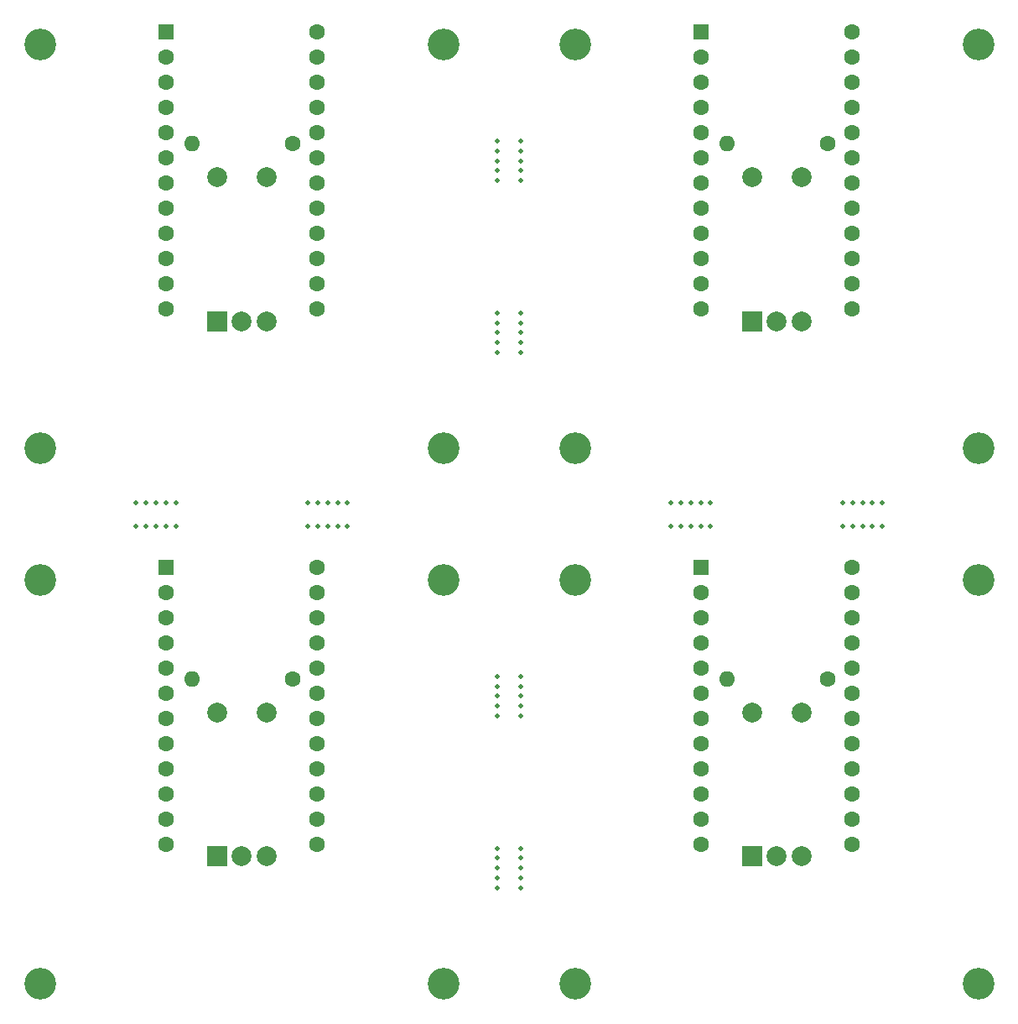
<source format=gbr>
%TF.GenerationSoftware,KiCad,Pcbnew,(6.0.0)*%
%TF.CreationDate,2022-01-01T22:41:16+01:00*%
%TF.ProjectId,VolumeKnob,566f6c75-6d65-44b6-9e6f-622e6b696361,rev?*%
%TF.SameCoordinates,Original*%
%TF.FileFunction,Soldermask,Bot*%
%TF.FilePolarity,Negative*%
%FSLAX46Y46*%
G04 Gerber Fmt 4.6, Leading zero omitted, Abs format (unit mm)*
G04 Created by KiCad (PCBNEW (6.0.0)) date 2022-01-01 22:41:16*
%MOMM*%
%LPD*%
G01*
G04 APERTURE LIST*
%ADD10C,0.500000*%
%ADD11C,3.200000*%
%ADD12C,1.600000*%
%ADD13O,1.600000X1.600000*%
%ADD14R,2.000000X2.000000*%
%ADD15C,2.000000*%
%ADD16R,1.600000X1.600000*%
G04 APERTURE END LIST*
D10*
%TO.C,REF\u002A\u002A*%
X95333667Y-78201000D03*
%TD*%
%TO.C,REF\u002A\u002A*%
X75798999Y-94333667D03*
%TD*%
%TO.C,REF\u002A\u002A*%
X75798997Y-56666332D03*
%TD*%
%TO.C,REF\u002A\u002A*%
X113666335Y-78201002D03*
%TD*%
%TO.C,REF\u002A\u002A*%
X42333664Y-78201000D03*
%TD*%
%TO.C,REF\u002A\u002A*%
X75798997Y-110666335D03*
%TD*%
%TO.C,REF\u002A\u002A*%
X59666332Y-78201002D03*
%TD*%
%TO.C,REF\u002A\u002A*%
X75798999Y-41333664D03*
%TD*%
D11*
%TO.C,REF\u002A\u002A*%
X70349997Y-83600003D03*
%TD*%
D10*
%TO.C,REF\u002A\u002A*%
X78201000Y-113666335D03*
%TD*%
D11*
%TO.C,REF\u002A\u002A*%
X83630004Y-83600003D03*
%TD*%
D10*
%TO.C,REF\u002A\u002A*%
X78201002Y-43333664D03*
%TD*%
D12*
%TO.C,R1*%
X109110004Y-93600003D03*
D13*
X98950004Y-93600003D03*
%TD*%
D10*
%TO.C,REF\u002A\u002A*%
X78201000Y-59666332D03*
%TD*%
%TO.C,REF\u002A\u002A*%
X78201000Y-114666335D03*
%TD*%
%TO.C,REF\u002A\u002A*%
X56666332Y-75798999D03*
%TD*%
%TO.C,REF\u002A\u002A*%
X75798999Y-40333664D03*
%TD*%
%TO.C,REF\u002A\u002A*%
X41333664Y-75798997D03*
%TD*%
%TO.C,REF\u002A\u002A*%
X95333668Y-75798997D03*
%TD*%
%TO.C,REF\u002A\u002A*%
X78201003Y-94333667D03*
%TD*%
D11*
%TO.C,REF\u002A\u002A*%
X124350004Y-29599997D03*
%TD*%
D10*
%TO.C,REF\u002A\u002A*%
X75798997Y-58666332D03*
%TD*%
%TO.C,REF\u002A\u002A*%
X97333667Y-78201000D03*
%TD*%
D12*
%TO.C,R1*%
X55109997Y-39599997D03*
D13*
X44949997Y-39599997D03*
%TD*%
D12*
%TO.C,R1*%
X55109997Y-93600003D03*
D13*
X44949997Y-93600003D03*
%TD*%
D10*
%TO.C,REF\u002A\u002A*%
X78201003Y-40333664D03*
%TD*%
%TO.C,REF\u002A\u002A*%
X39333664Y-75798997D03*
%TD*%
D11*
%TO.C,REF\u002A\u002A*%
X29629997Y-83600003D03*
%TD*%
D10*
%TO.C,REF\u002A\u002A*%
X75798997Y-113666335D03*
%TD*%
D11*
%TO.C,REF\u002A\u002A*%
X124350004Y-83600003D03*
%TD*%
D10*
%TO.C,REF\u002A\u002A*%
X75798997Y-112666335D03*
%TD*%
%TO.C,REF\u002A\u002A*%
X75798999Y-42333664D03*
%TD*%
D11*
%TO.C,REF\u002A\u002A*%
X83630004Y-124340003D03*
%TD*%
D10*
%TO.C,REF\u002A\u002A*%
X75798997Y-111666335D03*
%TD*%
D14*
%TO.C,SW1*%
X101500004Y-57499997D03*
D15*
X106500004Y-57499997D03*
X104000004Y-57499997D03*
X101500004Y-42999997D03*
X106500004Y-42999997D03*
%TD*%
D10*
%TO.C,REF\u002A\u002A*%
X40333664Y-75798997D03*
%TD*%
%TO.C,REF\u002A\u002A*%
X41333664Y-78201000D03*
%TD*%
%TO.C,REF\u002A\u002A*%
X75798999Y-97333667D03*
%TD*%
%TO.C,REF\u002A\u002A*%
X111666335Y-78201002D03*
%TD*%
%TO.C,REF\u002A\u002A*%
X78201000Y-112666335D03*
%TD*%
%TO.C,REF\u002A\u002A*%
X75798997Y-59666332D03*
%TD*%
%TO.C,REF\u002A\u002A*%
X93333667Y-78201000D03*
%TD*%
D16*
%TO.C,U1*%
X42329997Y-28319997D03*
D12*
X42329997Y-30859997D03*
X42329997Y-33399997D03*
X42329997Y-35939997D03*
X42329997Y-38479997D03*
X42329997Y-41019997D03*
X42329997Y-43559997D03*
X42329997Y-46099997D03*
X42329997Y-48639997D03*
X42329997Y-51179997D03*
X42329997Y-53719997D03*
X42329997Y-56259997D03*
X57569997Y-56259997D03*
X57569997Y-53719997D03*
X57569997Y-51179997D03*
X57569997Y-48639997D03*
X57569997Y-46099997D03*
X57569997Y-43559997D03*
X57569997Y-41019997D03*
X57569997Y-38479997D03*
X57569997Y-35939997D03*
X57569997Y-33399997D03*
X57569997Y-30859997D03*
X57569997Y-28319997D03*
%TD*%
D10*
%TO.C,REF\u002A\u002A*%
X96333667Y-78201000D03*
%TD*%
%TO.C,REF\u002A\u002A*%
X75798999Y-39333664D03*
%TD*%
%TO.C,REF\u002A\u002A*%
X96333668Y-75798997D03*
%TD*%
%TO.C,REF\u002A\u002A*%
X111666336Y-75798999D03*
%TD*%
%TO.C,REF\u002A\u002A*%
X78201003Y-42333664D03*
%TD*%
%TO.C,REF\u002A\u002A*%
X59666332Y-75798999D03*
%TD*%
%TO.C,REF\u002A\u002A*%
X78201002Y-97333667D03*
%TD*%
D11*
%TO.C,REF\u002A\u002A*%
X70349997Y-124310003D03*
%TD*%
D10*
%TO.C,REF\u002A\u002A*%
X93333668Y-75798997D03*
%TD*%
%TO.C,REF\u002A\u002A*%
X94333668Y-75798997D03*
%TD*%
%TO.C,REF\u002A\u002A*%
X43333664Y-75798997D03*
%TD*%
%TO.C,REF\u002A\u002A*%
X42333664Y-75798997D03*
%TD*%
D16*
%TO.C,U1*%
X96330004Y-28319997D03*
D12*
X96330004Y-30859997D03*
X96330004Y-33399997D03*
X96330004Y-35939997D03*
X96330004Y-38479997D03*
X96330004Y-41019997D03*
X96330004Y-43559997D03*
X96330004Y-46099997D03*
X96330004Y-48639997D03*
X96330004Y-51179997D03*
X96330004Y-53719997D03*
X96330004Y-56259997D03*
X111570004Y-56259997D03*
X111570004Y-53719997D03*
X111570004Y-51179997D03*
X111570004Y-48639997D03*
X111570004Y-46099997D03*
X111570004Y-43559997D03*
X111570004Y-41019997D03*
X111570004Y-38479997D03*
X111570004Y-35939997D03*
X111570004Y-33399997D03*
X111570004Y-30859997D03*
X111570004Y-28319997D03*
%TD*%
D10*
%TO.C,REF\u002A\u002A*%
X58666332Y-78201002D03*
%TD*%
D14*
%TO.C,SW1*%
X101500004Y-111500003D03*
D15*
X106500004Y-111500003D03*
X104000004Y-111500003D03*
X101500004Y-97000003D03*
X106500004Y-97000003D03*
%TD*%
D10*
%TO.C,REF\u002A\u002A*%
X75798997Y-114666335D03*
%TD*%
D16*
%TO.C,U1*%
X42329997Y-82320003D03*
D12*
X42329997Y-84860003D03*
X42329997Y-87400003D03*
X42329997Y-89940003D03*
X42329997Y-92480003D03*
X42329997Y-95020003D03*
X42329997Y-97560003D03*
X42329997Y-100100003D03*
X42329997Y-102640003D03*
X42329997Y-105180003D03*
X42329997Y-107720003D03*
X42329997Y-110260003D03*
X57569997Y-110260003D03*
X57569997Y-107720003D03*
X57569997Y-105180003D03*
X57569997Y-102640003D03*
X57569997Y-100100003D03*
X57569997Y-97560003D03*
X57569997Y-95020003D03*
X57569997Y-92480003D03*
X57569997Y-89940003D03*
X57569997Y-87400003D03*
X57569997Y-84860003D03*
X57569997Y-82320003D03*
%TD*%
D10*
%TO.C,REF\u002A\u002A*%
X113666336Y-75798999D03*
%TD*%
D11*
%TO.C,REF\u002A\u002A*%
X83630004Y-70339997D03*
%TD*%
D16*
%TO.C,U1*%
X96330004Y-82320003D03*
D12*
X96330004Y-84860003D03*
X96330004Y-87400003D03*
X96330004Y-89940003D03*
X96330004Y-92480003D03*
X96330004Y-95020003D03*
X96330004Y-97560003D03*
X96330004Y-100100003D03*
X96330004Y-102640003D03*
X96330004Y-105180003D03*
X96330004Y-107720003D03*
X96330004Y-110260003D03*
X111570004Y-110260003D03*
X111570004Y-107720003D03*
X111570004Y-105180003D03*
X111570004Y-102640003D03*
X111570004Y-100100003D03*
X111570004Y-97560003D03*
X111570004Y-95020003D03*
X111570004Y-92480003D03*
X111570004Y-89940003D03*
X111570004Y-87400003D03*
X111570004Y-84860003D03*
X111570004Y-82320003D03*
%TD*%
D10*
%TO.C,REF\u002A\u002A*%
X75798999Y-93333667D03*
%TD*%
%TO.C,REF\u002A\u002A*%
X78201003Y-39333664D03*
%TD*%
D11*
%TO.C,REF\u002A\u002A*%
X29629997Y-124340003D03*
%TD*%
D10*
%TO.C,REF\u002A\u002A*%
X78201000Y-111666335D03*
%TD*%
%TO.C,REF\u002A\u002A*%
X78201000Y-57666332D03*
%TD*%
%TO.C,REF\u002A\u002A*%
X75798999Y-95333667D03*
%TD*%
D11*
%TO.C,REF\u002A\u002A*%
X83630004Y-29599997D03*
%TD*%
D10*
%TO.C,REF\u002A\u002A*%
X110666335Y-78201002D03*
%TD*%
D11*
%TO.C,REF\u002A\u002A*%
X70349997Y-29599997D03*
%TD*%
D10*
%TO.C,REF\u002A\u002A*%
X112666336Y-75798999D03*
%TD*%
%TO.C,REF\u002A\u002A*%
X78201003Y-95333667D03*
%TD*%
%TO.C,REF\u002A\u002A*%
X75798997Y-57666332D03*
%TD*%
%TO.C,REF\u002A\u002A*%
X75798997Y-60666332D03*
%TD*%
%TO.C,REF\u002A\u002A*%
X112666335Y-78201002D03*
%TD*%
%TO.C,REF\u002A\u002A*%
X39333664Y-78201000D03*
%TD*%
%TO.C,REF\u002A\u002A*%
X60666332Y-75798999D03*
%TD*%
%TO.C,REF\u002A\u002A*%
X78201003Y-41333664D03*
%TD*%
%TO.C,REF\u002A\u002A*%
X78201001Y-56666332D03*
%TD*%
D11*
%TO.C,REF\u002A\u002A*%
X29629997Y-29599997D03*
%TD*%
D10*
%TO.C,REF\u002A\u002A*%
X78201003Y-96333667D03*
%TD*%
%TO.C,REF\u002A\u002A*%
X40333664Y-78201000D03*
%TD*%
%TO.C,REF\u002A\u002A*%
X56666332Y-78201002D03*
%TD*%
D11*
%TO.C,REF\u002A\u002A*%
X124350004Y-124310003D03*
%TD*%
%TO.C,REF\u002A\u002A*%
X70349997Y-70309997D03*
%TD*%
%TO.C,REF\u002A\u002A*%
X124350004Y-70309997D03*
%TD*%
D10*
%TO.C,REF\u002A\u002A*%
X60666332Y-78201002D03*
%TD*%
D14*
%TO.C,SW1*%
X47499997Y-57499997D03*
D15*
X52499997Y-57499997D03*
X49999997Y-57499997D03*
X47499997Y-42999997D03*
X52499997Y-42999997D03*
%TD*%
D12*
%TO.C,R1*%
X109110004Y-39599997D03*
D13*
X98950004Y-39599997D03*
%TD*%
D10*
%TO.C,REF\u002A\u002A*%
X57666332Y-78201002D03*
%TD*%
%TO.C,REF\u002A\u002A*%
X78201000Y-58666332D03*
%TD*%
%TO.C,REF\u002A\u002A*%
X114666336Y-75798999D03*
%TD*%
%TO.C,REF\u002A\u002A*%
X114666335Y-78201002D03*
%TD*%
D14*
%TO.C,SW1*%
X47499997Y-111500003D03*
D15*
X52499997Y-111500003D03*
X49999997Y-111500003D03*
X47499997Y-97000003D03*
X52499997Y-97000003D03*
%TD*%
D10*
%TO.C,REF\u002A\u002A*%
X75798999Y-43333664D03*
%TD*%
%TO.C,REF\u002A\u002A*%
X43333664Y-78201000D03*
%TD*%
%TO.C,REF\u002A\u002A*%
X58666332Y-75798999D03*
%TD*%
%TO.C,REF\u002A\u002A*%
X110666336Y-75798999D03*
%TD*%
D11*
%TO.C,REF\u002A\u002A*%
X29629997Y-70339997D03*
%TD*%
D10*
%TO.C,REF\u002A\u002A*%
X57666332Y-75798999D03*
%TD*%
%TO.C,REF\u002A\u002A*%
X97333668Y-75798997D03*
%TD*%
%TO.C,REF\u002A\u002A*%
X78201001Y-110666335D03*
%TD*%
%TO.C,REF\u002A\u002A*%
X94333667Y-78201000D03*
%TD*%
%TO.C,REF\u002A\u002A*%
X78201003Y-93333667D03*
%TD*%
%TO.C,REF\u002A\u002A*%
X75798999Y-96333667D03*
%TD*%
%TO.C,REF\u002A\u002A*%
X78201000Y-60666332D03*
%TD*%
M02*

</source>
